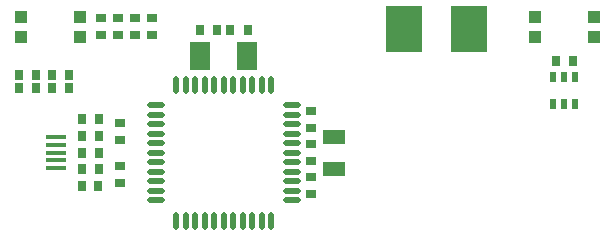
<source format=gbp>
%FSLAX23Y23*%
%MOIN*%
G70*
G01*
G75*
G04 Layer_Color=128*
%ADD10R,0.039X0.022*%
%ADD11R,0.035X0.031*%
%ADD12R,0.031X0.035*%
%ADD13R,0.063X0.118*%
%ADD14R,0.122X0.157*%
%ADD15R,0.063X0.157*%
%ADD16R,0.073X0.051*%
%ADD17R,0.039X0.059*%
%ADD18R,0.059X0.039*%
%ADD19C,0.006*%
%ADD20C,0.012*%
%ADD21C,0.012*%
G04:AMPARAMS|DCode=22|XSize=39mil|YSize=55mil|CornerRadius=10mil|HoleSize=0mil|Usage=FLASHONLY|Rotation=270.000|XOffset=0mil|YOffset=0mil|HoleType=Round|Shape=RoundedRectangle|*
%AMROUNDEDRECTD22*
21,1,0.039,0.035,0,0,270.0*
21,1,0.020,0.055,0,0,270.0*
1,1,0.020,-0.018,-0.010*
1,1,0.020,-0.018,0.010*
1,1,0.020,0.018,0.010*
1,1,0.020,0.018,-0.010*
%
%ADD22ROUNDEDRECTD22*%
%ADD23C,0.047*%
%ADD24C,0.061*%
%ADD25C,0.051*%
%ADD26R,0.051X0.051*%
%ADD27R,0.043X0.059*%
%ADD28R,0.051X0.051*%
%ADD29O,0.079X0.047*%
%ADD30C,0.024*%
%ADD31C,0.020*%
%ADD32R,0.071X0.094*%
%ADD33R,0.069X0.018*%
%ADD34R,0.020X0.035*%
%ADD35O,0.059X0.018*%
%ADD36O,0.018X0.059*%
%ADD37R,0.039X0.039*%
%ADD38R,0.030X0.035*%
%ADD39R,0.073X0.079*%
%ADD40C,0.008*%
%ADD41R,0.006X0.159*%
%ADD42R,0.006X0.159*%
%ADD43R,0.248X0.006*%
%ADD44R,0.350X0.006*%
%ADD45R,0.008X0.008*%
%ADD46R,0.006X0.314*%
%ADD47R,0.269X0.006*%
%ADD48R,0.008X0.012*%
%ADD49R,0.047X0.030*%
%ADD50R,0.043X0.039*%
%ADD51R,0.039X0.043*%
%ADD52R,0.071X0.126*%
%ADD53R,0.130X0.165*%
%ADD54R,0.071X0.165*%
%ADD55R,0.081X0.059*%
%ADD56R,0.047X0.067*%
%ADD57R,0.067X0.047*%
G04:AMPARAMS|DCode=58|XSize=47mil|YSize=63mil|CornerRadius=14mil|HoleSize=0mil|Usage=FLASHONLY|Rotation=270.000|XOffset=0mil|YOffset=0mil|HoleType=Round|Shape=RoundedRectangle|*
%AMROUNDEDRECTD58*
21,1,0.047,0.035,0,0,270.0*
21,1,0.020,0.063,0,0,270.0*
1,1,0.028,-0.018,-0.010*
1,1,0.028,-0.018,0.010*
1,1,0.028,0.018,0.010*
1,1,0.028,0.018,-0.010*
%
%ADD58ROUNDEDRECTD58*%
%ADD59C,0.055*%
%ADD60C,0.069*%
%ADD61C,0.059*%
%ADD62R,0.059X0.059*%
%ADD63R,0.051X0.067*%
%ADD64R,0.059X0.059*%
%ADD65O,0.087X0.055*%
%ADD66R,0.079X0.102*%
%ADD67R,0.077X0.026*%
%ADD68R,0.028X0.043*%
%ADD69O,0.067X0.026*%
%ADD70O,0.026X0.067*%
%ADD71R,0.047X0.047*%
%ADD72R,0.038X0.043*%
D11*
X1352Y2924D02*
D03*
Y2867D02*
D03*
X1408D02*
D03*
Y2924D02*
D03*
X1996Y2396D02*
D03*
Y2339D02*
D03*
Y2558D02*
D03*
Y2615D02*
D03*
X1464Y2867D02*
D03*
Y2924D02*
D03*
X1358Y2519D02*
D03*
Y2576D02*
D03*
X1996Y2448D02*
D03*
Y2505D02*
D03*
X1297Y2867D02*
D03*
Y2924D02*
D03*
X1358Y2376D02*
D03*
Y2433D02*
D03*
D12*
X2811Y2783D02*
D03*
X2868D02*
D03*
X1231Y2587D02*
D03*
X1288D02*
D03*
X1231Y2531D02*
D03*
X1288D02*
D03*
X1231Y2421D02*
D03*
X1288D02*
D03*
X1231Y2476D02*
D03*
X1288D02*
D03*
X1133Y2736D02*
D03*
X1190D02*
D03*
X1133Y2693D02*
D03*
X1190D02*
D03*
X1023Y2736D02*
D03*
X1080D02*
D03*
X1023Y2693D02*
D03*
X1080D02*
D03*
X1625Y2886D02*
D03*
X1682D02*
D03*
X1784Y2886D02*
D03*
X1727D02*
D03*
D14*
X2305Y2890D02*
D03*
X2522D02*
D03*
D16*
X2072Y2422D02*
D03*
Y2530D02*
D03*
D32*
X1783Y2799D02*
D03*
X1626D02*
D03*
D33*
X1146Y2528D02*
D03*
Y2502D02*
D03*
Y2425D02*
D03*
Y2451D02*
D03*
Y2476D02*
D03*
D34*
X2802Y2638D02*
D03*
X2840D02*
D03*
X2877D02*
D03*
Y2728D02*
D03*
X2840D02*
D03*
X2802D02*
D03*
D35*
X1478Y2319D02*
D03*
Y2350D02*
D03*
Y2382D02*
D03*
Y2413D02*
D03*
Y2445D02*
D03*
Y2476D02*
D03*
Y2508D02*
D03*
Y2539D02*
D03*
Y2571D02*
D03*
Y2602D02*
D03*
Y2634D02*
D03*
X1931D02*
D03*
Y2602D02*
D03*
Y2571D02*
D03*
Y2539D02*
D03*
Y2508D02*
D03*
Y2476D02*
D03*
Y2445D02*
D03*
Y2413D02*
D03*
Y2382D02*
D03*
Y2350D02*
D03*
Y2319D02*
D03*
D36*
X1547Y2703D02*
D03*
X1579D02*
D03*
X1610D02*
D03*
X1642D02*
D03*
X1673D02*
D03*
X1705D02*
D03*
X1736D02*
D03*
X1768D02*
D03*
X1799D02*
D03*
X1831D02*
D03*
X1862D02*
D03*
Y2250D02*
D03*
X1831D02*
D03*
X1799D02*
D03*
X1768D02*
D03*
X1736D02*
D03*
X1705D02*
D03*
X1673D02*
D03*
X1642D02*
D03*
X1610D02*
D03*
X1579D02*
D03*
X1547D02*
D03*
D37*
X2742Y2928D02*
D03*
Y2861D02*
D03*
X2939Y2928D02*
D03*
Y2861D02*
D03*
X1029Y2928D02*
D03*
Y2861D02*
D03*
X1225Y2928D02*
D03*
Y2861D02*
D03*
D38*
X1233Y2366D02*
D03*
X1286D02*
D03*
M02*

</source>
